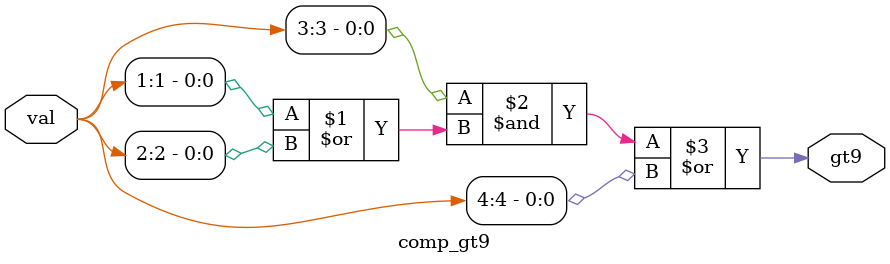
<source format=v>
/*
 * Checks if a 5-bit input is greater than 9.
 * Output is high (1) if input > 9, otherwise low (0).
 */
module comp_gt9 (
	input  [4:0] val,
	output       gt9    // 1 if val > 9, else 0
);
	
	assign gt9 = (val[3] & (val[1] | val[2])) | val[4];

endmodule
</source>
